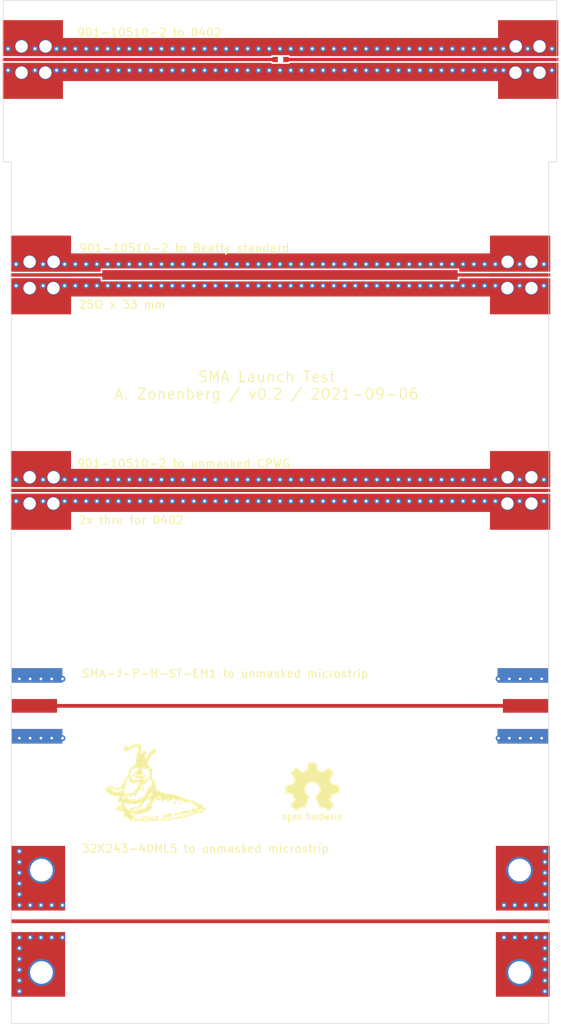
<source format=kicad_pcb>
(kicad_pcb (version 20171130) (host pcbnew "(5.1.4)")
  (layers (0 F.Cu signal) (1 In1.Cu signal) (2 In2.Cu signal) (31 B.Cu signal) (34 B.Paste user) (35 F.Paste user) (36 B.SilkS user) (37 F.SilkS user) (38 B.Mask user) (39 F.Mask user) (44 Edge.Cuts user))
  (net 0 "")
  (net 1 /GND)
  (net 2 /SIG1)
  (net 3 /SIG2)
  (net 4 /SIG3)
  (net 5 /SIG4)
  (net 6 /SIG5A)
  (net 7 /SIG5B)
  (module azonenberg_pcb:EIA_0402_RES_NOSILK (layer F.Cu) (at 73.05 50.5 180)
    (fp_text reference R1 hide)
    (fp_text value R hide)
    (pad 2 smd rect (at 0.5 0 180) (size 0.5 0.5) (layers F.Cu F.Paste F.Mask) (net 6 /SIG5A))
    (pad 1 smd rect (at -0.5 0 180) (size 0.5 0.5) (layers F.Cu F.Paste F.Mask) (net 7 /SIG5B))
  )
  (module azonenberg_pcb:CONN_SMA_EDGE_AMPHENOL_901_10510-2 (layer F.Cu) (at 98.85 50.5 180)
    (fp_text reference J6 hide)
    (fp_text value 901-10510-2 hide)
    (pad 2 thru_hole circle (at 3.96 1.22 180) (size 1.25 1.25) (drill 1.14) (layers *.Cu *.Mask) (net 1 /GND))
    (pad 2 thru_hole circle (at 1.75 1.22 180) (size 1.25 1.25) (drill 1.14) (layers *.Cu *.Mask) (net 1 /GND))
    (pad 2 thru_hole circle (at 3.98 -1.22 180) (size 1.25 1.25) (drill 1.14) (layers *.Cu *.Mask) (net 1 /GND))
    (pad 2 thru_hole circle (at 1.75 -1.22 180) (size 1.25 1.25) (drill 1.14) (layers *.Cu *.Mask) (net 1 /GND))
    (pad 2 smd rect (at 2.8 1.98 180) (size 5.6 3.35) (layers F.Cu F.Paste F.Mask) (net 1 /GND))
    (pad 2 smd rect (at 2.8 -1.98 180) (size 5.6 3.35) (layers F.Cu F.Paste F.Mask) (net 1 /GND))
    (pad 1 smd rect (at 2.8 0 180) (size 5.6 0.31) (layers F.Cu F.Mask) (net 7 /SIG5B))
  )
  (module azonenberg_pcb:CONN_SMA_EDGE_AMPHENOL_901_10510-2 (layer F.Cu) (at 47.25 50.5)
    (fp_text reference J4 hide)
    (fp_text value 901-10510-2 hide)
    (pad 2 thru_hole circle (at 3.96 1.22) (size 1.25 1.25) (drill 1.14) (layers *.Cu *.Mask) (net 1 /GND))
    (pad 2 thru_hole circle (at 1.75 1.22) (size 1.25 1.25) (drill 1.14) (layers *.Cu *.Mask) (net 1 /GND))
    (pad 2 thru_hole circle (at 3.98 -1.22) (size 1.25 1.25) (drill 1.14) (layers *.Cu *.Mask) (net 1 /GND))
    (pad 2 thru_hole circle (at 1.75 -1.22) (size 1.25 1.25) (drill 1.14) (layers *.Cu *.Mask) (net 1 /GND))
    (pad 2 smd rect (at 2.8 1.98) (size 5.6 3.35) (layers F.Cu F.Paste F.Mask) (net 1 /GND))
    (pad 2 smd rect (at 2.8 -1.98) (size 5.6 3.35) (layers F.Cu F.Paste F.Mask) (net 1 /GND))
    (pad 1 smd rect (at 2.8 0) (size 5.6 0.31) (layers F.Cu F.Mask) (net 6 /SIG5A))
  )
  (module azonenberg_pcb:CONN_SMA_EDGE_AMPHENOL_901_10510-2 (layer F.Cu) (at 98.1 70.5 180)
    (fp_text reference J3 hide)
    (fp_text value 901-10510-2 hide)
    (pad 2 thru_hole circle (at 3.96 1.22 180) (size 1.25 1.25) (drill 1.14) (layers *.Cu *.Mask) (net 1 /GND))
    (pad 2 thru_hole circle (at 1.75 1.22 180) (size 1.25 1.25) (drill 1.14) (layers *.Cu *.Mask) (net 1 /GND))
    (pad 2 thru_hole circle (at 3.98 -1.22 180) (size 1.25 1.25) (drill 1.14) (layers *.Cu *.Mask) (net 1 /GND))
    (pad 2 thru_hole circle (at 1.75 -1.22 180) (size 1.25 1.25) (drill 1.14) (layers *.Cu *.Mask) (net 1 /GND))
    (pad 2 smd rect (at 2.8 1.98 180) (size 5.6 3.35) (layers F.Cu F.Paste F.Mask) (net 1 /GND))
    (pad 2 smd rect (at 2.8 -1.98 180) (size 5.6 3.35) (layers F.Cu F.Paste F.Mask) (net 1 /GND))
    (pad 1 smd rect (at 2.8 0 180) (size 5.6 0.31) (layers F.Cu F.Mask) (net 2 /SIG1))
  )
  (module azonenberg_pcb:CONN_SMA_EDGE_AMPHENOL_901_10510-2 (layer F.Cu) (at 48 70.5)
    (fp_text reference J1 hide)
    (fp_text value 901-10510-2 hide)
    (pad 2 thru_hole circle (at 3.96 1.22) (size 1.25 1.25) (drill 1.14) (layers *.Cu *.Mask) (net 1 /GND))
    (pad 2 thru_hole circle (at 1.75 1.22) (size 1.25 1.25) (drill 1.14) (layers *.Cu *.Mask) (net 1 /GND))
    (pad 2 thru_hole circle (at 3.98 -1.22) (size 1.25 1.25) (drill 1.14) (layers *.Cu *.Mask) (net 1 /GND))
    (pad 2 thru_hole circle (at 1.75 -1.22) (size 1.25 1.25) (drill 1.14) (layers *.Cu *.Mask) (net 1 /GND))
    (pad 2 smd rect (at 2.8 1.98) (size 5.6 3.35) (layers F.Cu F.Paste F.Mask) (net 1 /GND))
    (pad 2 smd rect (at 2.8 -1.98) (size 5.6 3.35) (layers F.Cu F.Paste F.Mask) (net 1 /GND))
    (pad 1 smd rect (at 2.8 0) (size 5.6 0.31) (layers F.Cu F.Mask) (net 2 /SIG1))
  )
  (module azonenberg_pcb:CONN_SMA_EDGE_AMPHENOL_901_10510-2 (layer F.Cu) (at 98.1 90.5 180)
    (fp_text reference J5 hide)
    (fp_text value 901-10510-2 hide)
    (pad 2 thru_hole circle (at 3.96 1.22 180) (size 1.25 1.25) (drill 1.14) (layers *.Cu *.Mask) (net 1 /GND))
    (pad 2 thru_hole circle (at 1.75 1.22 180) (size 1.25 1.25) (drill 1.14) (layers *.Cu *.Mask) (net 1 /GND))
    (pad 2 thru_hole circle (at 3.98 -1.22 180) (size 1.25 1.25) (drill 1.14) (layers *.Cu *.Mask) (net 1 /GND))
    (pad 2 thru_hole circle (at 1.75 -1.22 180) (size 1.25 1.25) (drill 1.14) (layers *.Cu *.Mask) (net 1 /GND))
    (pad 2 smd rect (at 2.8 1.98 180) (size 5.6 3.35) (layers F.Cu F.Paste F.Mask) (net 1 /GND))
    (pad 2 smd rect (at 2.8 -1.98 180) (size 5.6 3.35) (layers F.Cu F.Paste F.Mask) (net 1 /GND))
    (pad 1 smd rect (at 2.8 0 180) (size 5.6 0.31) (layers F.Cu F.Mask) (net 3 /SIG2))
  )
  (module azonenberg_pcb:CONN_SMA_EDGE_AMPHENOL_901_10510-2 (layer F.Cu) (at 48 90.5)
    (fp_text reference J2 hide)
    (fp_text value 901-10510-2 hide)
    (pad 2 thru_hole circle (at 3.96 1.22) (size 1.25 1.25) (drill 1.14) (layers *.Cu *.Mask) (net 1 /GND))
    (pad 2 thru_hole circle (at 1.75 1.22) (size 1.25 1.25) (drill 1.14) (layers *.Cu *.Mask) (net 1 /GND))
    (pad 2 thru_hole circle (at 3.98 -1.22) (size 1.25 1.25) (drill 1.14) (layers *.Cu *.Mask) (net 1 /GND))
    (pad 2 thru_hole circle (at 1.75 -1.22) (size 1.25 1.25) (drill 1.14) (layers *.Cu *.Mask) (net 1 /GND))
    (pad 2 smd rect (at 2.8 1.98) (size 5.6 3.35) (layers F.Cu F.Paste F.Mask) (net 1 /GND))
    (pad 2 smd rect (at 2.8 -1.98) (size 5.6 3.35) (layers F.Cu F.Paste F.Mask) (net 1 /GND))
    (pad 1 smd rect (at 2.8 0) (size 5.6 0.31) (layers F.Cu F.Mask) (net 3 /SIG2))
  )
  (module azonenberg_pcb:CONN_SMA_EDGE_ROSENBERGER_32K243_40ML5 (layer F.Cu) (at 98.05 130.5 180)
    (fp_text reference J14 hide)
    (fp_text value 32K243-40ML5 hide)
    (pad 2 thru_hole circle (at 2.8 4.75 180) (size 2.5 2.5) (drill 2.1) (layers *.Cu *.Mask) (net 1 /GND))
    (pad 2 thru_hole circle (at 2.8 -4.75 180) (size 2.5 2.5) (drill 2.1) (layers *.Cu *.Mask) (net 1 /GND))
    (pad 2 smd rect (at 2.5 4 180) (size 5 6) (layers F.Cu F.Mask) (net 1 /GND))
    (pad 2 smd rect (at 2.5 -4 180) (size 5 6) (layers F.Cu F.Mask) (net 1 /GND))
    (pad 1 smd rect (at 2.5 0 180) (size 5 0.35) (layers F.Cu F.Mask) (net 5 /SIG4))
  )
  (module azonenberg_pcb:CONN_SMA_EDGE_ROSENBERGER_32K243_40ML5 (layer F.Cu) (at 48.05 130.5)
    (fp_text reference J12 hide)
    (fp_text value 32K243-40ML5 hide)
    (pad 2 thru_hole circle (at 2.8 4.75) (size 2.5 2.5) (drill 2.1) (layers *.Cu *.Mask) (net 1 /GND))
    (pad 2 thru_hole circle (at 2.8 -4.75) (size 2.5 2.5) (drill 2.1) (layers *.Cu *.Mask) (net 1 /GND))
    (pad 2 smd rect (at 2.5 4) (size 5 6) (layers F.Cu F.Mask) (net 1 /GND))
    (pad 2 smd rect (at 2.5 -4) (size 5 6) (layers F.Cu F.Mask) (net 1 /GND))
    (pad 1 smd rect (at 2.5 0) (size 5 0.35) (layers F.Cu F.Mask) (net 5 /SIG4))
  )
  (module azonenberg_pcb:CONN_SMA_EDGE_SAMTEC_SMA_J_P_H_ST_EM1 (layer F.Cu) (at 97.9 110.5 90)
    (fp_text reference J13 hide)
    (fp_text value SMA-J-P-H-ST-EM1 hide)
    (pad 2 smd rect (at -2.825 -2.35 90) (size 1.35 4.7) (layers B.Cu B.Mask) (net 1 /GND))
    (pad 2 smd rect (at 2.825 -2.35 270) (size 1.35 4.7) (layers B.Cu B.Mask) (net 1 /GND))
    (pad 2 smd rect (at -2.825 -2.35 90) (size 1.35 4.7) (layers F.Cu F.Paste F.Mask) (net 1 /GND))
    (pad 2 smd rect (at 2.825 -2.35 90) (size 1.35 4.7) (layers F.Cu F.Paste F.Mask) (net 1 /GND))
    (pad 1 smd rect (at 0 -2.1 90) (size 1.27 4.2) (layers F.Cu F.Paste F.Mask) (net 4 /SIG3))
  )
  (module azonenberg_pcb:CONN_SMA_EDGE_SAMTEC_SMA_J_P_H_ST_EM1 (layer F.Cu) (at 48.1 110.5 270)
    (fp_text reference J11 hide)
    (fp_text value SMA-J-P-H-ST-EM1 hide)
    (pad 2 smd rect (at -2.825 -2.35 270) (size 1.35 4.7) (layers B.Cu B.Mask) (net 1 /GND))
    (pad 2 smd rect (at 2.825 -2.35 90) (size 1.35 4.7) (layers B.Cu B.Mask) (net 1 /GND))
    (pad 2 smd rect (at -2.825 -2.35 270) (size 1.35 4.7) (layers F.Cu F.Paste F.Mask) (net 1 /GND))
    (pad 2 smd rect (at 2.825 -2.35 270) (size 1.35 4.7) (layers F.Cu F.Paste F.Mask) (net 1 /GND))
    (pad 1 smd rect (at 0 -2.1 270) (size 1.27 4.2) (layers F.Cu F.Paste F.Mask) (net 4 /SIG3))
  )
  (module azonenberg_pcb:LONGTHING-1200DPI (layer F.Cu) (at 62 118)
    (fp_text reference G*** hide)
    (fp_text value LOGO hide)
  )
  (module w_logo:Logo_silk_OSHW_6x6mm (layer F.Cu) (at 76 118)
    (fp_text reference G*** hide)
    (fp_text value LOGO hide)
  )
  (gr_line (start 47.3 60) (end 47.3 45) (layer Edge.Cuts) (width 0.05))
  (gr_line (start 48.05 60) (end 47.3 60) (layer Edge.Cuts) (width 0.05))
  (gr_line (start 98.7 60) (end 98.7 45) (layer Edge.Cuts) (width 0.05))
  (gr_line (start 97.95 60) (end 98.7 60) (layer Edge.Cuts) (width 0.05))
  (gr_text "901-10510-2 to 0402" (at 54.1 48) (layer F.SilkS) (effects (font (size 0.75 0.75) (thickness 0.1)) (justify left)))
  (gr_text "2x thru for 0402" (at 54.25 93.25) (layer F.SilkS) (effects (font (size 0.75 0.75) (thickness 0.1)) (justify left)))
  (gr_text "901-10510-2 to unmasked CPWG" (at 54.1 88) (layer F.SilkS) (effects (font (size 0.75 0.75) (thickness 0.1)) (justify left)))
  (gr_text "25Ω x 33 mm" (at 54.25 73.25) (layer F.SilkS) (effects (font (size 0.75 0.75) (thickness 0.1)) (justify left)))
  (gr_text "901-10510-2 to Beatty standard" (at 54.3 68) (layer F.SilkS) (effects (font (size 0.75 0.75) (thickness 0.1)) (justify left)))
  (gr_line (start 47.3 45) (end 98.7 45) (layer Edge.Cuts) (width 0.05))
  (gr_text "32K243-40ML5 to unmasked microstrip" (at 54.55 123.75) (layer F.SilkS) (effects (font (size 0.75 0.75) (thickness 0.1)) (justify left)))
  (gr_text "SMA-J-P-H-ST-EM1 to unmasked microstrip" (at 54.55 107.5) (layer F.SilkS) (effects (font (size 0.75 0.75) (thickness 0.1)) (justify left)))
  (gr_text "SMA Launch Test\nA. Zonenberg / v0.2 / 2021-09-06" (at 71.75 80.75) (layer F.SilkS) (effects (font (size 1 1) (thickness 0.1))))
  (gr_line (start 97.95 140) (end 97.95 60) (layer Edge.Cuts) (width 0.05))
  (gr_line (start 48.05 140) (end 97.95 140) (layer Edge.Cuts) (width 0.05))
  (gr_line (start 48.05 60) (end 48.05 140) (layer Edge.Cuts) (width 0.05))
  (via (at 90 89.5) (size 0.55) (drill 0.25) (layers F.Cu B.Cu) (net 1))
  (via (at 91 89.5) (size 0.55) (drill 0.25) (layers F.Cu B.Cu) (net 1))
  (via (at 92 89.5) (size 0.55) (drill 0.25) (layers F.Cu B.Cu) (net 1))
  (segment (start 91 89.5) (end 92 89.5) (width 0.15) (layer F.Cu) (net 1))
  (via (at 92 91.5) (size 0.55) (drill 0.25) (layers F.Cu B.Cu) (net 1))
  (via (at 91 91.5) (size 0.55) (drill 0.25) (layers F.Cu B.Cu) (net 1))
  (segment (start 92 91.5) (end 91 91.5) (width 0.15) (layer F.Cu) (net 1))
  (via (at 90 91.5) (size 0.55) (drill 0.25) (layers F.Cu B.Cu) (net 1))
  (via (at 48.8 108) (size 0.55) (drill 0.25) (layers F.Cu B.Cu) (net 1))
  (via (at 49.8 108) (size 0.55) (drill 0.25) (layers F.Cu B.Cu) (net 1))
  (segment (start 48.8 108) (end 49.8 108) (width 0.15) (layer F.Cu) (net 1))
  (via (at 50.8 108) (size 0.55) (drill 0.25) (layers F.Cu B.Cu) (net 1))
  (via (at 51.8 108) (size 0.55) (drill 0.25) (layers F.Cu B.Cu) (net 1))
  (segment (start 50.8 108) (end 51.8 108) (width 0.15) (layer F.Cu) (net 1))
  (via (at 52.8 108) (size 0.55) (drill 0.25) (layers F.Cu B.Cu) (net 1))
  (via (at 52.8 113.5) (size 0.55) (drill 0.25) (layers F.Cu B.Cu) (net 1))
  (via (at 51.8 113.5) (size 0.55) (drill 0.25) (layers F.Cu B.Cu) (net 1))
  (segment (start 52.8 113.5) (end 51.8 113.5) (width 0.15) (layer F.Cu) (net 1))
  (via (at 50.8 113.5) (size 0.55) (drill 0.25) (layers F.Cu B.Cu) (net 1))
  (via (at 49.8 113.5) (size 0.55) (drill 0.25) (layers F.Cu B.Cu) (net 1))
  (segment (start 50.8 113.5) (end 49.8 113.5) (width 0.15) (layer F.Cu) (net 1))
  (via (at 48.8 113.5) (size 0.55) (drill 0.25) (layers F.Cu B.Cu) (net 1))
  (via (at 93.3 108) (size 0.55) (drill 0.25) (layers F.Cu B.Cu) (net 1))
  (via (at 94.3 108) (size 0.55) (drill 0.25) (layers F.Cu B.Cu) (net 1))
  (via (at 95.3 108) (size 0.55) (drill 0.25) (layers F.Cu B.Cu) (net 1))
  (via (at 96.3 108) (size 0.55) (drill 0.25) (layers F.Cu B.Cu) (net 1))
  (segment (start 95.3 108) (end 96.3 108) (width 0.15) (layer F.Cu) (net 1))
  (via (at 97.3 108) (size 0.55) (drill 0.25) (layers F.Cu B.Cu) (net 1))
  (via (at 93.3 113.5) (size 0.55) (drill 0.25) (layers F.Cu B.Cu) (net 1))
  (via (at 94.3 113.5) (size 0.55) (drill 0.25) (layers F.Cu B.Cu) (net 1))
  (segment (start 93.3 113.5) (end 94.3 113.5) (width 0.15) (layer F.Cu) (net 1))
  (via (at 95.3 113.5) (size 0.55) (drill 0.25) (layers F.Cu B.Cu) (net 1))
  (via (at 96.3 113.5) (size 0.55) (drill 0.25) (layers F.Cu B.Cu) (net 1))
  (segment (start 95.3 113.5) (end 96.3 113.5) (width 0.15) (layer F.Cu) (net 1))
  (via (at 97.3 113.5) (size 0.55) (drill 0.25) (layers F.Cu B.Cu) (net 1))
  (via (at 52.8 129) (size 0.55) (drill 0.25) (layers F.Cu B.Cu) (net 1))
  (via (at 51.8 129) (size 0.55) (drill 0.25) (layers F.Cu B.Cu) (net 1))
  (segment (start 52.8 129) (end 51.8 129) (width 0.15) (layer F.Cu) (net 1))
  (via (at 50.8 129) (size 0.55) (drill 0.25) (layers F.Cu B.Cu) (net 1))
  (via (at 49.8 129) (size 0.55) (drill 0.25) (layers F.Cu B.Cu) (net 1))
  (segment (start 50.8 129) (end 49.8 129) (width 0.15) (layer F.Cu) (net 1))
  (via (at 48.8 129) (size 0.55) (drill 0.25) (layers F.Cu B.Cu) (net 1))
  (via (at 48.8 128) (size 0.55) (drill 0.25) (layers F.Cu B.Cu) (net 1))
  (segment (start 48.8 129) (end 48.8 128) (width 0.15) (layer F.Cu) (net 1))
  (via (at 48.8 127) (size 0.55) (drill 0.25) (layers F.Cu B.Cu) (net 1))
  (via (at 48.8 126) (size 0.55) (drill 0.25) (layers F.Cu B.Cu) (net 1))
  (segment (start 48.8 127) (end 48.8 126) (width 0.15) (layer F.Cu) (net 1))
  (via (at 48.8 125) (size 0.55) (drill 0.25) (layers F.Cu B.Cu) (net 1))
  (via (at 48.8 124) (size 0.55) (drill 0.25) (layers F.Cu B.Cu) (net 1))
  (segment (start 48.8 125) (end 48.8 124) (width 0.15) (layer F.Cu) (net 1))
  (via (at 52.8 132) (size 0.55) (drill 0.25) (layers F.Cu B.Cu) (net 1))
  (via (at 51.8 132) (size 0.55) (drill 0.25) (layers F.Cu B.Cu) (net 1))
  (segment (start 52.8 132) (end 51.8 132) (width 0.15) (layer F.Cu) (net 1))
  (via (at 50.8 132) (size 0.55) (drill 0.25) (layers F.Cu B.Cu) (net 1))
  (via (at 49.8 132) (size 0.55) (drill 0.25) (layers F.Cu B.Cu) (net 1))
  (segment (start 50.8 132) (end 49.8 132) (width 0.15) (layer F.Cu) (net 1))
  (via (at 48.8 132) (size 0.55) (drill 0.25) (layers F.Cu B.Cu) (net 1))
  (via (at 48.8 133) (size 0.55) (drill 0.25) (layers F.Cu B.Cu) (net 1))
  (segment (start 48.8 132) (end 48.8 133) (width 0.15) (layer F.Cu) (net 1))
  (via (at 48.8 134) (size 0.55) (drill 0.25) (layers F.Cu B.Cu) (net 1))
  (via (at 48.8 135) (size 0.55) (drill 0.25) (layers F.Cu B.Cu) (net 1))
  (via (at 48.8 136) (size 0.55) (drill 0.25) (layers F.Cu B.Cu) (net 1))
  (segment (start 48.8 135) (end 48.8 136) (width 0.15) (layer F.Cu) (net 1))
  (via (at 48.8 137) (size 0.55) (drill 0.25) (layers F.Cu B.Cu) (net 1))
  (segment (start 95.55 126.5) (end 95.55 126.25) (width 0.15) (layer F.Cu) (net 1))
  (via (at 97.6 129) (size 0.55) (drill 0.25) (layers F.Cu B.Cu) (net 1))
  (via (at 97.6 128) (size 0.55) (drill 0.25) (layers F.Cu B.Cu) (net 1))
  (segment (start 97.6 129) (end 97.6 128) (width 0.15) (layer F.Cu) (net 1))
  (via (at 97.6 127) (size 0.55) (drill 0.25) (layers F.Cu B.Cu) (net 1))
  (via (at 97.6 126) (size 0.55) (drill 0.25) (layers F.Cu B.Cu) (net 1))
  (segment (start 97.6 127) (end 97.6 126) (width 0.15) (layer F.Cu) (net 1))
  (via (at 97.6 125) (size 0.55) (drill 0.25) (layers F.Cu B.Cu) (net 1))
  (via (at 97.6 124) (size 0.55) (drill 0.25) (layers F.Cu B.Cu) (net 1))
  (segment (start 97.6 125) (end 97.6 124) (width 0.15) (layer F.Cu) (net 1))
  (via (at 96.8 129) (size 0.55) (drill 0.25) (layers F.Cu B.Cu) (net 1))
  (via (at 95.8 129) (size 0.55) (drill 0.25) (layers F.Cu B.Cu) (net 1))
  (segment (start 96.8 129) (end 95.8 129) (width 0.15) (layer F.Cu) (net 1))
  (via (at 94.8 129) (size 0.55) (drill 0.25) (layers F.Cu B.Cu) (net 1))
  (via (at 93.8 129) (size 0.55) (drill 0.25) (layers F.Cu B.Cu) (net 1))
  (segment (start 94.8 129) (end 93.8 129) (width 0.15) (layer F.Cu) (net 1))
  (via (at 93.8 132) (size 0.55) (drill 0.25) (layers F.Cu B.Cu) (net 1))
  (via (at 94.8 132) (size 0.55) (drill 0.25) (layers F.Cu B.Cu) (net 1))
  (segment (start 93.8 132) (end 94.8 132) (width 0.15) (layer F.Cu) (net 1))
  (via (at 95.8 132) (size 0.55) (drill 0.25) (layers F.Cu B.Cu) (net 1))
  (via (at 96.8 132) (size 0.55) (drill 0.25) (layers F.Cu B.Cu) (net 1))
  (segment (start 95.8 132) (end 96.8 132) (width 0.15) (layer F.Cu) (net 1))
  (via (at 97.6 132) (size 0.55) (drill 0.25) (layers F.Cu B.Cu) (net 1))
  (via (at 97.6 133) (size 0.55) (drill 0.25) (layers F.Cu B.Cu) (net 1))
  (segment (start 97.6 132) (end 97.6 133) (width 0.15) (layer F.Cu) (net 1))
  (via (at 97.6 134) (size 0.55) (drill 0.25) (layers F.Cu B.Cu) (net 1))
  (via (at 97.6 135) (size 0.55) (drill 0.25) (layers F.Cu B.Cu) (net 1))
  (segment (start 97.6 134) (end 97.6 135) (width 0.15) (layer F.Cu) (net 1))
  (via (at 97.6 136) (size 0.55) (drill 0.25) (layers F.Cu B.Cu) (net 1))
  (via (at 97.6 137) (size 0.55) (drill 0.25) (layers F.Cu B.Cu) (net 1))
  (segment (start 97.6 136) (end 97.6 137) (width 0.15) (layer F.Cu) (net 1))
  (via (at 91 71.5) (size 0.55) (drill 0.25) (layers F.Cu B.Cu) (net 1))
  (segment (start 92 71.5) (end 91 71.5) (width 0.15) (layer F.Cu) (net 1))
  (via (at 90 71.5) (size 0.55) (drill 0.25) (layers F.Cu B.Cu) (net 1))
  (via (at 84 71.5) (size 0.55) (drill 0.25) (layers F.Cu B.Cu) (net 1))
  (via (at 58 71.5) (size 0.55) (drill 0.25) (layers F.Cu B.Cu) (net 1))
  (segment (start 59 71.5) (end 58 71.5) (width 0.15) (layer F.Cu) (net 1))
  (via (at 57 71.5) (size 0.55) (drill 0.25) (layers F.Cu B.Cu) (net 1))
  (via (at 56 71.5) (size 0.55) (drill 0.25) (layers F.Cu B.Cu) (net 1))
  (segment (start 57 71.5) (end 56 71.5) (width 0.15) (layer F.Cu) (net 1))
  (via (at 55 71.5) (size 0.55) (drill 0.25) (layers F.Cu B.Cu) (net 1))
  (via (at 80 71.5) (size 0.55) (drill 0.25) (layers F.Cu B.Cu) (net 1))
  (via (at 55 69.5) (size 0.55) (drill 0.25) (layers F.Cu B.Cu) (net 1))
  (via (at 54 71.5) (size 0.55) (drill 0.25) (layers F.Cu B.Cu) (net 1))
  (segment (start 55 71.5) (end 54 71.5) (width 0.15) (layer F.Cu) (net 1))
  (segment (start 77 71.5) (end 76 71.5) (width 0.15) (layer F.Cu) (net 1))
  (via (at 75 71.5) (size 0.55) (drill 0.25) (layers F.Cu B.Cu) (net 1))
  (via (at 74 71.5) (size 0.55) (drill 0.25) (layers F.Cu B.Cu) (net 1))
  (segment (start 75 71.5) (end 74 71.5) (width 0.15) (layer F.Cu) (net 1))
  (via (at 73 71.5) (size 0.55) (drill 0.25) (layers F.Cu B.Cu) (net 1))
  (segment (start 62 69.5) (end 63 69.5) (width 0.15) (layer F.Cu) (net 1))
  (via (at 64 69.5) (size 0.55) (drill 0.25) (layers F.Cu B.Cu) (net 1))
  (via (at 65 69.5) (size 0.55) (drill 0.25) (layers F.Cu B.Cu) (net 1))
  (via (at 83 71.5) (size 0.55) (drill 0.25) (layers F.Cu B.Cu) (net 1))
  (via (at 82 71.5) (size 0.55) (drill 0.25) (layers F.Cu B.Cu) (net 1))
  (segment (start 83 71.5) (end 82 71.5) (width 0.15) (layer F.Cu) (net 1))
  (via (at 81 71.5) (size 0.55) (drill 0.25) (layers F.Cu B.Cu) (net 1))
  (via (at 60 69.5) (size 0.55) (drill 0.25) (layers F.Cu B.Cu) (net 1))
  (via (at 61 69.5) (size 0.55) (drill 0.25) (layers F.Cu B.Cu) (net 1))
  (segment (start 60 69.5) (end 61 69.5) (width 0.15) (layer F.Cu) (net 1))
  (via (at 62 69.5) (size 0.55) (drill 0.25) (layers F.Cu B.Cu) (net 1))
  (via (at 63 69.5) (size 0.55) (drill 0.25) (layers F.Cu B.Cu) (net 1))
  (via (at 57 69.5) (size 0.55) (drill 0.25) (layers F.Cu B.Cu) (net 1))
  (segment (start 56 69.5) (end 57 69.5) (width 0.15) (layer F.Cu) (net 1))
  (via (at 58 69.5) (size 0.55) (drill 0.25) (layers F.Cu B.Cu) (net 1))
  (via (at 59 69.5) (size 0.55) (drill 0.25) (layers F.Cu B.Cu) (net 1))
  (segment (start 58 69.5) (end 59 69.5) (width 0.15) (layer F.Cu) (net 1))
  (via (at 65 71.5) (size 0.55) (drill 0.25) (layers F.Cu B.Cu) (net 1))
  (via (at 64 71.5) (size 0.55) (drill 0.25) (layers F.Cu B.Cu) (net 1))
  (segment (start 65 71.5) (end 64 71.5) (width 0.15) (layer F.Cu) (net 1))
  (via (at 63 71.5) (size 0.55) (drill 0.25) (layers F.Cu B.Cu) (net 1))
  (via (at 62 71.5) (size 0.55) (drill 0.25) (layers F.Cu B.Cu) (net 1))
  (via (at 78 71.5) (size 0.55) (drill 0.25) (layers F.Cu B.Cu) (net 1))
  (segment (start 79 71.5) (end 78 71.5) (width 0.15) (layer F.Cu) (net 1))
  (via (at 77 71.5) (size 0.55) (drill 0.25) (layers F.Cu B.Cu) (net 1))
  (via (at 76 71.5) (size 0.55) (drill 0.25) (layers F.Cu B.Cu) (net 1))
  (via (at 92 71.5) (size 0.55) (drill 0.25) (layers F.Cu B.Cu) (net 1))
  (segment (start 84 69.5) (end 85 69.5) (width 0.15) (layer F.Cu) (net 1))
  (via (at 91 69.5) (size 0.55) (drill 0.25) (layers F.Cu B.Cu) (net 1))
  (via (at 92 69.5) (size 0.55) (drill 0.25) (layers F.Cu B.Cu) (net 1))
  (segment (start 91 69.5) (end 92 69.5) (width 0.15) (layer F.Cu) (net 1))
  (segment (start 82 69.5) (end 83 69.5) (width 0.15) (layer F.Cu) (net 1))
  (via (at 84 69.5) (size 0.55) (drill 0.25) (layers F.Cu B.Cu) (net 1))
  (via (at 81 69.5) (size 0.55) (drill 0.25) (layers F.Cu B.Cu) (net 1))
  (segment (start 80 69.5) (end 81 69.5) (width 0.15) (layer F.Cu) (net 1))
  (via (at 82 69.5) (size 0.55) (drill 0.25) (layers F.Cu B.Cu) (net 1))
  (via (at 83 69.5) (size 0.55) (drill 0.25) (layers F.Cu B.Cu) (net 1))
  (via (at 72 71.5) (size 0.55) (drill 0.25) (layers F.Cu B.Cu) (net 1))
  (segment (start 73 71.5) (end 72 71.5) (width 0.15) (layer F.Cu) (net 1))
  (via (at 71 71.5) (size 0.55) (drill 0.25) (layers F.Cu B.Cu) (net 1))
  (via (at 70 71.5) (size 0.55) (drill 0.25) (layers F.Cu B.Cu) (net 1))
  (segment (start 71 71.5) (end 70 71.5) (width 0.15) (layer F.Cu) (net 1))
  (via (at 69 71.5) (size 0.55) (drill 0.25) (layers F.Cu B.Cu) (net 1))
  (segment (start 76 69.5) (end 77 69.5) (width 0.15) (layer F.Cu) (net 1))
  (via (at 78 69.5) (size 0.55) (drill 0.25) (layers F.Cu B.Cu) (net 1))
  (via (at 79 69.5) (size 0.55) (drill 0.25) (layers F.Cu B.Cu) (net 1))
  (segment (start 78 69.5) (end 79 69.5) (width 0.15) (layer F.Cu) (net 1))
  (via (at 80 69.5) (size 0.55) (drill 0.25) (layers F.Cu B.Cu) (net 1))
  (via (at 90 69.5) (size 0.55) (drill 0.25) (layers F.Cu B.Cu) (net 1))
  (via (at 75 69.5) (size 0.55) (drill 0.25) (layers F.Cu B.Cu) (net 1))
  (segment (start 74 69.5) (end 75 69.5) (width 0.15) (layer F.Cu) (net 1))
  (via (at 76 69.5) (size 0.55) (drill 0.25) (layers F.Cu B.Cu) (net 1))
  (via (at 77 69.5) (size 0.55) (drill 0.25) (layers F.Cu B.Cu) (net 1))
  (via (at 54 69.5) (size 0.55) (drill 0.25) (layers F.Cu B.Cu) (net 1))
  (via (at 72 69.5) (size 0.55) (drill 0.25) (layers F.Cu B.Cu) (net 1))
  (via (at 73 69.5) (size 0.55) (drill 0.25) (layers F.Cu B.Cu) (net 1))
  (segment (start 72 69.5) (end 73 69.5) (width 0.15) (layer F.Cu) (net 1))
  (via (at 74 69.5) (size 0.55) (drill 0.25) (layers F.Cu B.Cu) (net 1))
  (via (at 69 69.5) (size 0.55) (drill 0.25) (layers F.Cu B.Cu) (net 1))
  (segment (start 68 69.5) (end 69 69.5) (width 0.15) (layer F.Cu) (net 1))
  (via (at 70 69.5) (size 0.55) (drill 0.25) (layers F.Cu B.Cu) (net 1))
  (via (at 71 69.5) (size 0.55) (drill 0.25) (layers F.Cu B.Cu) (net 1))
  (segment (start 70 69.5) (end 71 69.5) (width 0.15) (layer F.Cu) (net 1))
  (segment (start 64 69.5) (end 65 69.5) (width 0.15) (layer F.Cu) (net 1))
  (via (at 66 69.5) (size 0.55) (drill 0.25) (layers F.Cu B.Cu) (net 1))
  (via (at 67 69.5) (size 0.55) (drill 0.25) (layers F.Cu B.Cu) (net 1))
  (segment (start 66 69.5) (end 67 69.5) (width 0.15) (layer F.Cu) (net 1))
  (via (at 68 69.5) (size 0.55) (drill 0.25) (layers F.Cu B.Cu) (net 1))
  (segment (start 81 71.5) (end 80 71.5) (width 0.15) (layer F.Cu) (net 1))
  (via (at 79 71.5) (size 0.55) (drill 0.25) (layers F.Cu B.Cu) (net 1))
  (segment (start 54 69.5) (end 55 69.5) (width 0.15) (layer F.Cu) (net 1))
  (via (at 56 69.5) (size 0.55) (drill 0.25) (layers F.Cu B.Cu) (net 1))
  (via (at 68 71.5) (size 0.55) (drill 0.25) (layers F.Cu B.Cu) (net 1))
  (segment (start 69 71.5) (end 68 71.5) (width 0.15) (layer F.Cu) (net 1))
  (via (at 67 71.5) (size 0.55) (drill 0.25) (layers F.Cu B.Cu) (net 1))
  (via (at 66 71.5) (size 0.55) (drill 0.25) (layers F.Cu B.Cu) (net 1))
  (segment (start 67 71.5) (end 66 71.5) (width 0.15) (layer F.Cu) (net 1))
  (segment (start 63 71.5) (end 62 71.5) (width 0.15) (layer F.Cu) (net 1))
  (via (at 61 71.5) (size 0.55) (drill 0.25) (layers F.Cu B.Cu) (net 1))
  (via (at 60 71.5) (size 0.55) (drill 0.25) (layers F.Cu B.Cu) (net 1))
  (segment (start 61 71.5) (end 60 71.5) (width 0.15) (layer F.Cu) (net 1))
  (via (at 59 71.5) (size 0.55) (drill 0.25) (layers F.Cu B.Cu) (net 1))
  (segment (start 57 91.5) (end 56 91.5) (width 0.15) (layer F.Cu) (net 1))
  (via (at 75 89.5) (size 0.55) (drill 0.25) (layers F.Cu B.Cu) (net 1))
  (via (at 82 89.5) (size 0.55) (drill 0.25) (layers F.Cu B.Cu) (net 1))
  (via (at 77 89.5) (size 0.55) (drill 0.25) (layers F.Cu B.Cu) (net 1))
  (via (at 83 91.5) (size 0.55) (drill 0.25) (layers F.Cu B.Cu) (net 1))
  (via (at 54 89.5) (size 0.55) (drill 0.25) (layers F.Cu B.Cu) (net 1))
  (segment (start 79 91.5) (end 78 91.5) (width 0.15) (layer F.Cu) (net 1))
  (via (at 70 91.5) (size 0.55) (drill 0.25) (layers F.Cu B.Cu) (net 1))
  (via (at 78 91.5) (size 0.55) (drill 0.25) (layers F.Cu B.Cu) (net 1))
  (via (at 68 91.5) (size 0.55) (drill 0.25) (layers F.Cu B.Cu) (net 1))
  (via (at 71 91.5) (size 0.55) (drill 0.25) (layers F.Cu B.Cu) (net 1))
  (via (at 75 91.5) (size 0.55) (drill 0.25) (layers F.Cu B.Cu) (net 1))
  (segment (start 63 91.5) (end 62 91.5) (width 0.15) (layer F.Cu) (net 1))
  (segment (start 67 91.5) (end 66 91.5) (width 0.15) (layer F.Cu) (net 1))
  (via (at 74 91.5) (size 0.55) (drill 0.25) (layers F.Cu B.Cu) (net 1))
  (via (at 80 91.5) (size 0.55) (drill 0.25) (layers F.Cu B.Cu) (net 1))
  (via (at 63 91.5) (size 0.55) (drill 0.25) (layers F.Cu B.Cu) (net 1))
  (via (at 76 89.5) (size 0.55) (drill 0.25) (layers F.Cu B.Cu) (net 1))
  (via (at 65 91.5) (size 0.55) (drill 0.25) (layers F.Cu B.Cu) (net 1))
  (segment (start 65 91.5) (end 64 91.5) (width 0.15) (layer F.Cu) (net 1))
  (segment (start 77 91.5) (end 76 91.5) (width 0.15) (layer F.Cu) (net 1))
  (via (at 62 91.5) (size 0.55) (drill 0.25) (layers F.Cu B.Cu) (net 1))
  (via (at 60 89.5) (size 0.55) (drill 0.25) (layers F.Cu B.Cu) (net 1))
  (via (at 67 91.5) (size 0.55) (drill 0.25) (layers F.Cu B.Cu) (net 1))
  (via (at 76 91.5) (size 0.55) (drill 0.25) (layers F.Cu B.Cu) (net 1))
  (via (at 66 91.5) (size 0.55) (drill 0.25) (layers F.Cu B.Cu) (net 1))
  (segment (start 66 89.5) (end 67 89.5) (width 0.15) (layer F.Cu) (net 1))
  (via (at 69 91.5) (size 0.55) (drill 0.25) (layers F.Cu B.Cu) (net 1))
  (segment (start 61 91.5) (end 60 91.5) (width 0.15) (layer F.Cu) (net 1))
  (segment (start 73 91.5) (end 72 91.5) (width 0.15) (layer F.Cu) (net 1))
  (segment (start 76 89.5) (end 77 89.5) (width 0.15) (layer F.Cu) (net 1))
  (via (at 73 91.5) (size 0.55) (drill 0.25) (layers F.Cu B.Cu) (net 1))
  (via (at 59 91.5) (size 0.55) (drill 0.25) (layers F.Cu B.Cu) (net 1))
  (via (at 58 91.5) (size 0.55) (drill 0.25) (layers F.Cu B.Cu) (net 1))
  (via (at 56 91.5) (size 0.55) (drill 0.25) (layers F.Cu B.Cu) (net 1))
  (segment (start 56 89.5) (end 57 89.5) (width 0.15) (layer F.Cu) (net 1))
  (segment (start 84 89.5) (end 85 89.5) (width 0.15) (layer F.Cu) (net 1))
  (via (at 63 89.5) (size 0.55) (drill 0.25) (layers F.Cu B.Cu) (net 1))
  (via (at 70 89.5) (size 0.55) (drill 0.25) (layers F.Cu B.Cu) (net 1))
  (via (at 69 89.5) (size 0.55) (drill 0.25) (layers F.Cu B.Cu) (net 1))
  (via (at 66 89.5) (size 0.55) (drill 0.25) (layers F.Cu B.Cu) (net 1))
  (via (at 72 91.5) (size 0.55) (drill 0.25) (layers F.Cu B.Cu) (net 1))
  (via (at 74 89.5) (size 0.55) (drill 0.25) (layers F.Cu B.Cu) (net 1))
  (via (at 77 91.5) (size 0.55) (drill 0.25) (layers F.Cu B.Cu) (net 1))
  (via (at 79 91.5) (size 0.55) (drill 0.25) (layers F.Cu B.Cu) (net 1))
  (segment (start 81 91.5) (end 80 91.5) (width 0.15) (layer F.Cu) (net 1))
  (via (at 59 89.5) (size 0.55) (drill 0.25) (layers F.Cu B.Cu) (net 1))
  (segment (start 62 89.5) (end 63 89.5) (width 0.15) (layer F.Cu) (net 1))
  (via (at 72 89.5) (size 0.55) (drill 0.25) (layers F.Cu B.Cu) (net 1))
  (segment (start 83 91.5) (end 82 91.5) (width 0.15) (layer F.Cu) (net 1))
  (via (at 82 91.5) (size 0.55) (drill 0.25) (layers F.Cu B.Cu) (net 1))
  (via (at 60 91.5) (size 0.55) (drill 0.25) (layers F.Cu B.Cu) (net 1))
  (via (at 61 89.5) (size 0.55) (drill 0.25) (layers F.Cu B.Cu) (net 1))
  (segment (start 55 91.5) (end 54 91.5) (width 0.15) (layer F.Cu) (net 1))
  (segment (start 74 89.5) (end 75 89.5) (width 0.15) (layer F.Cu) (net 1))
  (via (at 58 89.5) (size 0.55) (drill 0.25) (layers F.Cu B.Cu) (net 1))
  (via (at 55 89.5) (size 0.55) (drill 0.25) (layers F.Cu B.Cu) (net 1))
  (via (at 68 89.5) (size 0.55) (drill 0.25) (layers F.Cu B.Cu) (net 1))
  (via (at 84 91.5) (size 0.55) (drill 0.25) (layers F.Cu B.Cu) (net 1))
  (via (at 80 89.5) (size 0.55) (drill 0.25) (layers F.Cu B.Cu) (net 1))
  (via (at 65 89.5) (size 0.55) (drill 0.25) (layers F.Cu B.Cu) (net 1))
  (via (at 61 91.5) (size 0.55) (drill 0.25) (layers F.Cu B.Cu) (net 1))
  (segment (start 68 89.5) (end 69 89.5) (width 0.15) (layer F.Cu) (net 1))
  (via (at 83 89.5) (size 0.55) (drill 0.25) (layers F.Cu B.Cu) (net 1))
  (via (at 57 91.5) (size 0.55) (drill 0.25) (layers F.Cu B.Cu) (net 1))
  (via (at 57 89.5) (size 0.55) (drill 0.25) (layers F.Cu B.Cu) (net 1))
  (via (at 55 91.5) (size 0.55) (drill 0.25) (layers F.Cu B.Cu) (net 1))
  (via (at 62 89.5) (size 0.55) (drill 0.25) (layers F.Cu B.Cu) (net 1))
  (via (at 64 89.5) (size 0.55) (drill 0.25) (layers F.Cu B.Cu) (net 1))
  (via (at 64 91.5) (size 0.55) (drill 0.25) (layers F.Cu B.Cu) (net 1))
  (segment (start 60 89.5) (end 61 89.5) (width 0.15) (layer F.Cu) (net 1))
  (via (at 81 91.5) (size 0.55) (drill 0.25) (layers F.Cu B.Cu) (net 1))
  (segment (start 70 89.5) (end 71 89.5) (width 0.15) (layer F.Cu) (net 1))
  (via (at 71 89.5) (size 0.55) (drill 0.25) (layers F.Cu B.Cu) (net 1))
  (segment (start 54 89.5) (end 55 89.5) (width 0.15) (layer F.Cu) (net 1))
  (segment (start 71 91.5) (end 70 91.5) (width 0.15) (layer F.Cu) (net 1))
  (via (at 78 89.5) (size 0.55) (drill 0.25) (layers F.Cu B.Cu) (net 1))
  (segment (start 80 89.5) (end 81 89.5) (width 0.15) (layer F.Cu) (net 1))
  (via (at 81 89.5) (size 0.55) (drill 0.25) (layers F.Cu B.Cu) (net 1))
  (via (at 84 89.5) (size 0.55) (drill 0.25) (layers F.Cu B.Cu) (net 1))
  (segment (start 75 91.5) (end 74 91.5) (width 0.15) (layer F.Cu) (net 1))
  (segment (start 59 91.5) (end 58 91.5) (width 0.15) (layer F.Cu) (net 1))
  (segment (start 72 89.5) (end 73 89.5) (width 0.15) (layer F.Cu) (net 1))
  (segment (start 64 89.5) (end 65 89.5) (width 0.15) (layer F.Cu) (net 1))
  (via (at 73 89.5) (size 0.55) (drill 0.25) (layers F.Cu B.Cu) (net 1))
  (via (at 56 89.5) (size 0.55) (drill 0.25) (layers F.Cu B.Cu) (net 1))
  (via (at 67 89.5) (size 0.55) (drill 0.25) (layers F.Cu B.Cu) (net 1))
  (via (at 79 89.5) (size 0.55) (drill 0.25) (layers F.Cu B.Cu) (net 1))
  (segment (start 58 89.5) (end 59 89.5) (width 0.15) (layer F.Cu) (net 1))
  (segment (start 78 89.5) (end 79 89.5) (width 0.15) (layer F.Cu) (net 1))
  (segment (start 69 91.5) (end 68 91.5) (width 0.15) (layer F.Cu) (net 1))
  (segment (start 85 91.5) (end 84 91.5) (width 0.15) (layer F.Cu) (net 1))
  (segment (start 82 89.5) (end 83 89.5) (width 0.15) (layer F.Cu) (net 1))
  (via (at 54 91.5) (size 0.55) (drill 0.25) (layers F.Cu B.Cu) (net 1))
  (via (at 85 89.5) (size 0.55) (drill 0.25) (layers F.Cu B.Cu) (net 1))
  (via (at 86 89.5) (size 0.55) (drill 0.25) (layers F.Cu B.Cu) (net 1))
  (segment (start 85 89.5) (end 86 89.5) (width 0.15) (layer F.Cu) (net 1))
  (via (at 87 89.5) (size 0.55) (drill 0.25) (layers F.Cu B.Cu) (net 1))
  (via (at 88 89.5) (size 0.55) (drill 0.25) (layers F.Cu B.Cu) (net 1))
  (segment (start 87 89.5) (end 88 89.5) (width 0.15) (layer F.Cu) (net 1))
  (via (at 89 89.5) (size 0.55) (drill 0.25) (layers F.Cu B.Cu) (net 1))
  (segment (start 89 89.5) (end 90 89.5) (width 0.15) (layer F.Cu) (net 1))
  (via (at 85 91.5) (size 0.55) (drill 0.25) (layers F.Cu B.Cu) (net 1))
  (via (at 86 91.5) (size 0.55) (drill 0.25) (layers F.Cu B.Cu) (net 1))
  (segment (start 85 91.5) (end 86 91.5) (width 0.15) (layer F.Cu) (net 1))
  (via (at 87 91.5) (size 0.55) (drill 0.25) (layers F.Cu B.Cu) (net 1))
  (segment (start 86 91.5) (end 87 91.5) (width 0.15) (layer F.Cu) (net 1))
  (via (at 88 91.5) (size 0.55) (drill 0.25) (layers F.Cu B.Cu) (net 1))
  (via (at 89 91.5) (size 0.55) (drill 0.25) (layers F.Cu B.Cu) (net 1))
  (segment (start 90 91.5) (end 89 91.5) (width 0.15) (layer F.Cu) (net 1))
  (via (at 85 69.5) (size 0.55) (drill 0.25) (layers F.Cu B.Cu) (net 1))
  (via (at 86 69.5) (size 0.55) (drill 0.25) (layers F.Cu B.Cu) (net 1))
  (segment (start 85 69.5) (end 86 69.5) (width 0.15) (layer F.Cu) (net 1))
  (via (at 87 69.5) (size 0.55) (drill 0.25) (layers F.Cu B.Cu) (net 1))
  (via (at 88 69.5) (size 0.55) (drill 0.25) (layers F.Cu B.Cu) (net 1))
  (segment (start 87 69.5) (end 88 69.5) (width 0.15) (layer F.Cu) (net 1))
  (via (at 89 69.5) (size 0.55) (drill 0.25) (layers F.Cu B.Cu) (net 1))
  (via (at 85 71.5) (size 0.55) (drill 0.25) (layers F.Cu B.Cu) (net 1))
  (via (at 86 71.5) (size 0.55) (drill 0.25) (layers F.Cu B.Cu) (net 1))
  (segment (start 85 71.5) (end 86 71.5) (width 0.15) (layer F.Cu) (net 1))
  (via (at 87 71.5) (size 0.55) (drill 0.25) (layers F.Cu B.Cu) (net 1))
  (via (at 88 71.5) (size 0.55) (drill 0.25) (layers F.Cu B.Cu) (net 1))
  (segment (start 87 71.5) (end 88 71.5) (width 0.15) (layer F.Cu) (net 1))
  (via (at 89 71.5) (size 0.55) (drill 0.25) (layers F.Cu B.Cu) (net 1))
  (via (at 53 89.5) (size 0.55) (drill 0.25) (layers F.Cu B.Cu) (net 1))
  (via (at 53 91.5) (size 0.55) (drill 0.25) (layers F.Cu B.Cu) (net 1))
  (segment (start 54 91.5) (end 53 91.5) (width 0.15) (layer F.Cu) (net 1))
  (via (at 51 91.5) (size 0.55) (drill 0.25) (layers F.Cu B.Cu) (net 1))
  (via (at 51 89.5) (size 0.55) (drill 0.25) (layers F.Cu B.Cu) (net 1))
  (segment (start 50.8 88.52) (end 50.8 89.3) (width 0.15) (layer F.Cu) (net 1))
  (segment (start 50.8 89.3) (end 51 89.5) (width 0.15) (layer F.Cu) (net 1))
  (via (at 48.5 89.5) (size 0.55) (drill 0.25) (layers F.Cu B.Cu) (net 1))
  (via (at 48.5 91.5) (size 0.55) (drill 0.25) (layers F.Cu B.Cu) (net 1))
  (segment (start 50.8 92.48) (end 49.48 92.48) (width 0.15) (layer F.Cu) (net 1))
  (segment (start 49.48 92.48) (end 48.5 91.5) (width 0.15) (layer F.Cu) (net 1))
  (via (at 53 71.5) (size 0.55) (drill 0.25) (layers F.Cu B.Cu) (net 1))
  (via (at 53 69.5) (size 0.55) (drill 0.25) (layers F.Cu B.Cu) (net 1))
  (via (at 51 69.5) (size 0.55) (drill 0.25) (layers F.Cu B.Cu) (net 1))
  (segment (start 50.8 68.52) (end 50.8 69.3) (width 0.15) (layer F.Cu) (net 1))
  (segment (start 50.8 69.3) (end 51 69.5) (width 0.15) (layer F.Cu) (net 1))
  (via (at 51 71.5) (size 0.55) (drill 0.25) (layers F.Cu B.Cu) (net 1))
  (via (at 48.5 69.5) (size 0.55) (drill 0.25) (layers F.Cu B.Cu) (net 1))
  (segment (start 50.8 68.52) (end 49.48 68.52) (width 0.15) (layer F.Cu) (net 1))
  (segment (start 49.48 68.52) (end 48.5 69.5) (width 0.15) (layer F.Cu) (net 1))
  (via (at 48.5 71.5) (size 0.55) (drill 0.25) (layers F.Cu B.Cu) (net 1))
  (via (at 93 69.5) (size 0.55) (drill 0.25) (layers F.Cu B.Cu) (net 1))
  (segment (start 92 69.5) (end 93 69.5) (width 0.15) (layer F.Cu) (net 1))
  (via (at 93 71.5) (size 0.55) (drill 0.25) (layers F.Cu B.Cu) (net 1))
  (segment (start 92 71.5) (end 93 71.5) (width 0.15) (layer F.Cu) (net 1))
  (via (at 95.25 69.5) (size 0.55) (drill 0.25) (layers F.Cu B.Cu) (net 1))
  (via (at 95.25 71.5) (size 0.55) (drill 0.25) (layers F.Cu B.Cu) (net 1))
  (segment (start 94.12 71.72) (end 95.03 71.72) (width 0.15) (layer F.Cu) (net 1))
  (segment (start 95.03 71.72) (end 95.25 71.5) (width 0.15) (layer F.Cu) (net 1))
  (via (at 97.5 69.5) (size 0.55) (drill 0.25) (layers F.Cu B.Cu) (net 1))
  (via (at 97.5 71.5) (size 0.55) (drill 0.25) (layers F.Cu B.Cu) (net 1))
  (segment (start 95.3 72.48) (end 96.52 72.48) (width 0.15) (layer F.Cu) (net 1))
  (segment (start 96.52 72.48) (end 97.5 71.5) (width 0.15) (layer F.Cu) (net 1))
  (via (at 93 89.5) (size 0.55) (drill 0.25) (layers F.Cu B.Cu) (net 1))
  (via (at 93 91.5) (size 0.55) (drill 0.25) (layers F.Cu B.Cu) (net 1))
  (via (at 95.25 89.5) (size 0.55) (drill 0.25) (layers F.Cu B.Cu) (net 1))
  (segment (start 95.3 88.52) (end 95.3 89.45) (width 0.15) (layer F.Cu) (net 1))
  (segment (start 95.3 89.45) (end 95.25 89.5) (width 0.15) (layer F.Cu) (net 1))
  (via (at 95.25 91.5) (size 0.55) (drill 0.25) (layers F.Cu B.Cu) (net 1))
  (segment (start 95.3 88.52) (end 96.52 88.52) (width 0.15) (layer F.Cu) (net 1))
  (via (at 97.5 89.5) (size 0.55) (drill 0.25) (layers F.Cu B.Cu) (net 1))
  (segment (start 96.52 88.52) (end 97.5 89.5) (width 0.15) (layer F.Cu) (net 1))
  (via (at 97.5 91.5) (size 0.55) (drill 0.25) (layers F.Cu B.Cu) (net 1))
  (via (at 54 51.5) (size 0.55) (drill 0.25) (layers F.Cu B.Cu) (net 1))
  (segment (start 82 49.5) (end 83 49.5) (width 0.15) (layer F.Cu) (net 1))
  (segment (start 85 51.5) (end 84 51.5) (width 0.15) (layer F.Cu) (net 1))
  (segment (start 69 51.5) (end 68 51.5) (width 0.15) (layer F.Cu) (net 1))
  (segment (start 50.8 52.48) (end 49.48 52.48) (width 0.15) (layer F.Cu) (net 1))
  (via (at 47.75 49.5) (size 0.55) (drill 0.25) (layers F.Cu B.Cu) (net 1))
  (segment (start 50.05 49.3) (end 50.25 49.5) (width 0.15) (layer F.Cu) (net 1))
  (via (at 91 51.5) (size 0.55) (drill 0.25) (layers F.Cu B.Cu) (net 1))
  (via (at 98.25 51.5) (size 0.55) (drill 0.25) (layers F.Cu B.Cu) (net 1))
  (via (at 86 49.5) (size 0.55) (drill 0.25) (layers F.Cu B.Cu) (net 1))
  (segment (start 78 49.5) (end 79 49.5) (width 0.15) (layer F.Cu) (net 1))
  (segment (start 58 49.5) (end 59 49.5) (width 0.15) (layer F.Cu) (net 1))
  (via (at 79 49.5) (size 0.55) (drill 0.25) (layers F.Cu B.Cu) (net 1))
  (via (at 67 49.5) (size 0.55) (drill 0.25) (layers F.Cu B.Cu) (net 1))
  (via (at 56 49.5) (size 0.55) (drill 0.25) (layers F.Cu B.Cu) (net 1))
  (segment (start 92 51.5) (end 91 51.5) (width 0.15) (layer F.Cu) (net 1))
  (via (at 73 49.5) (size 0.55) (drill 0.25) (layers F.Cu B.Cu) (net 1))
  (segment (start 64 49.5) (end 65 49.5) (width 0.15) (layer F.Cu) (net 1))
  (segment (start 72 49.5) (end 73 49.5) (width 0.15) (layer F.Cu) (net 1))
  (segment (start 59 51.5) (end 58 51.5) (width 0.15) (layer F.Cu) (net 1))
  (segment (start 75 51.5) (end 74 51.5) (width 0.15) (layer F.Cu) (net 1))
  (via (at 84 49.5) (size 0.55) (drill 0.25) (layers F.Cu B.Cu) (net 1))
  (via (at 81 49.5) (size 0.55) (drill 0.25) (layers F.Cu B.Cu) (net 1))
  (segment (start 80 49.5) (end 81 49.5) (width 0.15) (layer F.Cu) (net 1))
  (via (at 78 49.5) (size 0.55) (drill 0.25) (layers F.Cu B.Cu) (net 1))
  (via (at 47.75 51.5) (size 0.55) (drill 0.25) (layers F.Cu B.Cu) (net 1))
  (segment (start 71 51.5) (end 70 51.5) (width 0.15) (layer F.Cu) (net 1))
  (segment (start 54 49.5) (end 55 49.5) (width 0.15) (layer F.Cu) (net 1))
  (via (at 71 49.5) (size 0.55) (drill 0.25) (layers F.Cu B.Cu) (net 1))
  (segment (start 70 49.5) (end 71 49.5) (width 0.15) (layer F.Cu) (net 1))
  (via (at 85 49.5) (size 0.55) (drill 0.25) (layers F.Cu B.Cu) (net 1))
  (via (at 81 51.5) (size 0.55) (drill 0.25) (layers F.Cu B.Cu) (net 1))
  (segment (start 60 49.5) (end 61 49.5) (width 0.15) (layer F.Cu) (net 1))
  (segment (start 54 51.5) (end 53 51.5) (width 0.15) (layer F.Cu) (net 1))
  (via (at 64 51.5) (size 0.55) (drill 0.25) (layers F.Cu B.Cu) (net 1))
  (via (at 64 49.5) (size 0.55) (drill 0.25) (layers F.Cu B.Cu) (net 1))
  (via (at 62 49.5) (size 0.55) (drill 0.25) (layers F.Cu B.Cu) (net 1))
  (via (at 92 51.5) (size 0.55) (drill 0.25) (layers F.Cu B.Cu) (net 1))
  (via (at 55 51.5) (size 0.55) (drill 0.25) (layers F.Cu B.Cu) (net 1))
  (via (at 57 49.5) (size 0.55) (drill 0.25) (layers F.Cu B.Cu) (net 1))
  (via (at 57 51.5) (size 0.55) (drill 0.25) (layers F.Cu B.Cu) (net 1))
  (via (at 83 49.5) (size 0.55) (drill 0.25) (layers F.Cu B.Cu) (net 1))
  (via (at 91 49.5) (size 0.55) (drill 0.25) (layers F.Cu B.Cu) (net 1))
  (segment (start 68 49.5) (end 69 49.5) (width 0.15) (layer F.Cu) (net 1))
  (via (at 61 51.5) (size 0.55) (drill 0.25) (layers F.Cu B.Cu) (net 1))
  (via (at 65 49.5) (size 0.55) (drill 0.25) (layers F.Cu B.Cu) (net 1))
  (via (at 80 49.5) (size 0.55) (drill 0.25) (layers F.Cu B.Cu) (net 1))
  (via (at 84 51.5) (size 0.55) (drill 0.25) (layers F.Cu B.Cu) (net 1))
  (via (at 68 49.5) (size 0.55) (drill 0.25) (layers F.Cu B.Cu) (net 1))
  (via (at 55 49.5) (size 0.55) (drill 0.25) (layers F.Cu B.Cu) (net 1))
  (via (at 58 49.5) (size 0.55) (drill 0.25) (layers F.Cu B.Cu) (net 1))
  (via (at 90 49.5) (size 0.55) (drill 0.25) (layers F.Cu B.Cu) (net 1))
  (segment (start 74 49.5) (end 75 49.5) (width 0.15) (layer F.Cu) (net 1))
  (segment (start 91 49.5) (end 92 49.5) (width 0.15) (layer F.Cu) (net 1))
  (segment (start 55 51.5) (end 54 51.5) (width 0.15) (layer F.Cu) (net 1))
  (via (at 61 49.5) (size 0.55) (drill 0.25) (layers F.Cu B.Cu) (net 1))
  (via (at 87 51.5) (size 0.55) (drill 0.25) (layers F.Cu B.Cu) (net 1))
  (segment (start 49.48 52.48) (end 48.5 51.5) (width 0.15) (layer F.Cu) (net 1))
  (segment (start 96.05 49.45) (end 96 49.5) (width 0.15) (layer F.Cu) (net 1))
  (segment (start 97.27 48.52) (end 98.25 49.5) (width 0.15) (layer F.Cu) (net 1))
  (via (at 60 51.5) (size 0.55) (drill 0.25) (layers F.Cu B.Cu) (net 1))
  (via (at 82 51.5) (size 0.55) (drill 0.25) (layers F.Cu B.Cu) (net 1))
  (via (at 50.25 49.5) (size 0.55) (drill 0.25) (layers F.Cu B.Cu) (net 1))
  (via (at 52.25 49.5) (size 0.55) (drill 0.25) (layers F.Cu B.Cu) (net 1))
  (segment (start 83 51.5) (end 82 51.5) (width 0.15) (layer F.Cu) (net 1))
  (via (at 90 51.5) (size 0.55) (drill 0.25) (layers F.Cu B.Cu) (net 1))
  (segment (start 96.05 48.52) (end 96.05 49.45) (width 0.15) (layer F.Cu) (net 1))
  (via (at 72 49.5) (size 0.55) (drill 0.25) (layers F.Cu B.Cu) (net 1))
  (segment (start 62 49.5) (end 63 49.5) (width 0.15) (layer F.Cu) (net 1))
  (via (at 88 51.5) (size 0.55) (drill 0.25) (layers F.Cu B.Cu) (net 1))
  (via (at 59 49.5) (size 0.55) (drill 0.25) (layers F.Cu B.Cu) (net 1))
  (segment (start 81 51.5) (end 80 51.5) (width 0.15) (layer F.Cu) (net 1))
  (via (at 79 51.5) (size 0.55) (drill 0.25) (layers F.Cu B.Cu) (net 1))
  (via (at 77 51.5) (size 0.55) (drill 0.25) (layers F.Cu B.Cu) (net 1))
  (segment (start 85 51.5) (end 86 51.5) (width 0.15) (layer F.Cu) (net 1))
  (via (at 74 49.5) (size 0.55) (drill 0.25) (layers F.Cu B.Cu) (net 1))
  (via (at 89 49.5) (size 0.55) (drill 0.25) (layers F.Cu B.Cu) (net 1))
  (via (at 72 51.5) (size 0.55) (drill 0.25) (layers F.Cu B.Cu) (net 1))
  (via (at 66 49.5) (size 0.55) (drill 0.25) (layers F.Cu B.Cu) (net 1))
  (via (at 69 49.5) (size 0.55) (drill 0.25) (layers F.Cu B.Cu) (net 1))
  (via (at 70 49.5) (size 0.55) (drill 0.25) (layers F.Cu B.Cu) (net 1))
  (via (at 63 49.5) (size 0.55) (drill 0.25) (layers F.Cu B.Cu) (net 1))
  (segment (start 84 49.5) (end 85 49.5) (width 0.15) (layer F.Cu) (net 1))
  (via (at 93.75 51.5) (size 0.55) (drill 0.25) (layers F.Cu B.Cu) (net 1))
  (segment (start 56 49.5) (end 57 49.5) (width 0.15) (layer F.Cu) (net 1))
  (via (at 56 51.5) (size 0.55) (drill 0.25) (layers F.Cu B.Cu) (net 1))
  (via (at 58 51.5) (size 0.55) (drill 0.25) (layers F.Cu B.Cu) (net 1))
  (via (at 59 51.5) (size 0.55) (drill 0.25) (layers F.Cu B.Cu) (net 1))
  (via (at 73 51.5) (size 0.55) (drill 0.25) (layers F.Cu B.Cu) (net 1))
  (via (at 86 51.5) (size 0.55) (drill 0.25) (layers F.Cu B.Cu) (net 1))
  (segment (start 76 49.5) (end 77 49.5) (width 0.15) (layer F.Cu) (net 1))
  (segment (start 73 51.5) (end 72 51.5) (width 0.15) (layer F.Cu) (net 1))
  (segment (start 61 51.5) (end 60 51.5) (width 0.15) (layer F.Cu) (net 1))
  (via (at 69 51.5) (size 0.55) (drill 0.25) (layers F.Cu B.Cu) (net 1))
  (via (at 92 49.5) (size 0.55) (drill 0.25) (layers F.Cu B.Cu) (net 1))
  (via (at 85 51.5) (size 0.55) (drill 0.25) (layers F.Cu B.Cu) (net 1))
  (via (at 50.25 51.5) (size 0.55) (drill 0.25) (layers F.Cu B.Cu) (net 1))
  (segment (start 66 49.5) (end 67 49.5) (width 0.15) (layer F.Cu) (net 1))
  (via (at 66 51.5) (size 0.55) (drill 0.25) (layers F.Cu B.Cu) (net 1))
  (via (at 76 51.5) (size 0.55) (drill 0.25) (layers F.Cu B.Cu) (net 1))
  (via (at 67 51.5) (size 0.55) (drill 0.25) (layers F.Cu B.Cu) (net 1))
  (via (at 60 49.5) (size 0.55) (drill 0.25) (layers F.Cu B.Cu) (net 1))
  (via (at 62 51.5) (size 0.55) (drill 0.25) (layers F.Cu B.Cu) (net 1))
  (segment (start 77 51.5) (end 76 51.5) (width 0.15) (layer F.Cu) (net 1))
  (segment (start 85 49.5) (end 86 49.5) (width 0.15) (layer F.Cu) (net 1))
  (segment (start 65 51.5) (end 64 51.5) (width 0.15) (layer F.Cu) (net 1))
  (via (at 65 51.5) (size 0.55) (drill 0.25) (layers F.Cu B.Cu) (net 1))
  (segment (start 89 49.5) (end 90 49.5) (width 0.15) (layer F.Cu) (net 1))
  (via (at 76 49.5) (size 0.55) (drill 0.25) (layers F.Cu B.Cu) (net 1))
  (via (at 63 51.5) (size 0.55) (drill 0.25) (layers F.Cu B.Cu) (net 1))
  (via (at 80 51.5) (size 0.55) (drill 0.25) (layers F.Cu B.Cu) (net 1))
  (via (at 74 51.5) (size 0.55) (drill 0.25) (layers F.Cu B.Cu) (net 1))
  (segment (start 67 51.5) (end 66 51.5) (width 0.15) (layer F.Cu) (net 1))
  (segment (start 63 51.5) (end 62 51.5) (width 0.15) (layer F.Cu) (net 1))
  (via (at 75 51.5) (size 0.55) (drill 0.25) (layers F.Cu B.Cu) (net 1))
  (via (at 71 51.5) (size 0.55) (drill 0.25) (layers F.Cu B.Cu) (net 1))
  (via (at 68 51.5) (size 0.55) (drill 0.25) (layers F.Cu B.Cu) (net 1))
  (via (at 78 51.5) (size 0.55) (drill 0.25) (layers F.Cu B.Cu) (net 1))
  (via (at 93.75 49.5) (size 0.55) (drill 0.25) (layers F.Cu B.Cu) (net 1))
  (segment (start 90 51.5) (end 89 51.5) (width 0.15) (layer F.Cu) (net 1))
  (segment (start 87 49.5) (end 88 49.5) (width 0.15) (layer F.Cu) (net 1))
  (via (at 88 49.5) (size 0.55) (drill 0.25) (layers F.Cu B.Cu) (net 1))
  (via (at 70 51.5) (size 0.55) (drill 0.25) (layers F.Cu B.Cu) (net 1))
  (segment (start 86 51.5) (end 87 51.5) (width 0.15) (layer F.Cu) (net 1))
  (segment (start 79 51.5) (end 78 51.5) (width 0.15) (layer F.Cu) (net 1))
  (via (at 54 49.5) (size 0.55) (drill 0.25) (layers F.Cu B.Cu) (net 1))
  (via (at 83 51.5) (size 0.55) (drill 0.25) (layers F.Cu B.Cu) (net 1))
  (via (at 96 49.5) (size 0.55) (drill 0.25) (layers F.Cu B.Cu) (net 1))
  (via (at 77 49.5) (size 0.55) (drill 0.25) (layers F.Cu B.Cu) (net 1))
  (via (at 82 49.5) (size 0.55) (drill 0.25) (layers F.Cu B.Cu) (net 1))
  (via (at 98.25 49.5) (size 0.55) (drill 0.25) (layers F.Cu B.Cu) (net 1))
  (via (at 89 51.5) (size 0.55) (drill 0.25) (layers F.Cu B.Cu) (net 1))
  (via (at 75 49.5) (size 0.55) (drill 0.25) (layers F.Cu B.Cu) (net 1))
  (segment (start 57 51.5) (end 56 51.5) (width 0.15) (layer F.Cu) (net 1))
  (via (at 52.25 51.5) (size 0.55) (drill 0.25) (layers F.Cu B.Cu) (net 1))
  (segment (start 50.05 48.52) (end 50.05 49.3) (width 0.15) (layer F.Cu) (net 1))
  (segment (start 96.05 48.52) (end 97.27 48.52) (width 0.15) (layer F.Cu) (net 1))
  (via (at 96 51.5) (size 0.55) (drill 0.25) (layers F.Cu B.Cu) (net 1))
  (via (at 87 49.5) (size 0.55) (drill 0.25) (layers F.Cu B.Cu) (net 1))
  (via (at 53 49.5) (size 0.55) (drill 0.25) (layers F.Cu B.Cu) (net 1))
  (segment (start 54 49.5) (end 53 49.5) (width 0.15) (layer F.Cu) (net 1))
  (via (at 53 51.5) (size 0.55) (drill 0.25) (layers F.Cu B.Cu) (net 1))
  (via (at 93 49.5) (size 0.55) (drill 0.25) (layers F.Cu B.Cu) (net 1))
  (via (at 93 51.5) (size 0.55) (drill 0.25) (layers F.Cu B.Cu) (net 1))
  (segment (start 50.8 70.5) (end 90.8 70.5) (width 0.31) (layer F.Cu) (net 2))
  (segment (start 90.8 70.5) (end 95.3 70.5) (width 0.31) (layer F.Cu) (net 2))
  (segment (start 90.8 90.5) (end 95.3 90.5) (width 0.31) (layer F.Cu) (net 3))
  (segment (start 50.8 90.5) (end 90.8 90.5) (width 0.31) (layer F.Cu) (net 3))
  (segment (start 50.2 110.5) (end 91.3 110.5) (width 0.35) (layer F.Cu) (net 4))
  (segment (start 91.3 110.5) (end 95.8 110.5) (width 0.35) (layer F.Cu) (net 4))
  (segment (start 50.55 130.5) (end 90.55 130.5) (width 0.35) (layer F.Cu) (net 5))
  (segment (start 90.55 130.5) (end 95.55 130.5) (width 0.35) (layer F.Cu) (net 5))
  (segment (start 50.8 50.5) (end 72.55 50.5) (width 0.31) (layer F.Cu) (net 6))
  (segment (start 96.05 50.5) (end 74.3 50.5) (width 0.31) (layer F.Cu) (net 7))
  (segment (start 74.3 50.5) (end 73.55 50.5) (width 0.31) (layer F.Cu) (net 7))
  (zone (net 1) (net_name /GND) (layer F.Cu) (connect_pads yes (clearance 0.15)) (min_thickness 0.15) (fill yes (arc_segments 32) (thermal_gap 0.508) (thermal_bridge_width 0.508))
    (polygon (pts (xy 48.3 88.5) (xy 48.3 92.5) (xy 93.3 92.5) (xy 93.3 88.5)))
  )
  (zone (net 2) (net_name /SIG1) (layer F.Cu) (connect_pads yes (clearance 0.15)) (min_thickness 0.05) (fill yes (arc_segments 32) (thermal_gap 0.508) (thermal_bridge_width 0.508))
    (polygon (pts (xy 56.5 70.6) (xy 52.5 70.6) (xy 52.5 70.4) (xy 56.5 70.4) (xy 56.5 70.05) (xy 89.5 70.05) (xy 89.5 70.4) (xy 95.5 70.4) (xy 95.5 70.6) (xy 89.5 70.6) (xy 89.5 70.95) (xy 56.5 70.95)))
  )
  (zone (net 1) (net_name /GND) (layer F.Cu) (connect_pads yes (clearance 0.15)) (min_thickness 0.15) (fill yes (arc_segments 32) (thermal_gap 0.508) (thermal_bridge_width 0.508))
    (polygon (pts (xy 93.3 72.5) (xy 48.3 72.5) (xy 48.3 68.5) (xy 93.3 68.5)))
    (polygon (pts (xy 56.35 69.9) (xy 56.35 71.1) (xy 89.65 71.1) (xy 89.65 69.9)))
  )
  (zone (net 1) (net_name /GND) (layer F.Cu) (connect_pads yes (clearance 0.15)) (min_thickness 0.15) (fill yes (arc_segments 32) (thermal_gap 0.508) (thermal_bridge_width 0.508))
    (polygon (pts (xy 94.05 52.5) (xy 49.05 52.5) (xy 49.05 48.5) (xy 94.05 48.5)))
    (polygon (pts (xy 72.3 50.1) (xy 72.3 50.9) (xy 73.8 50.9) (xy 73.8 50.1)))
  )
)
</source>
